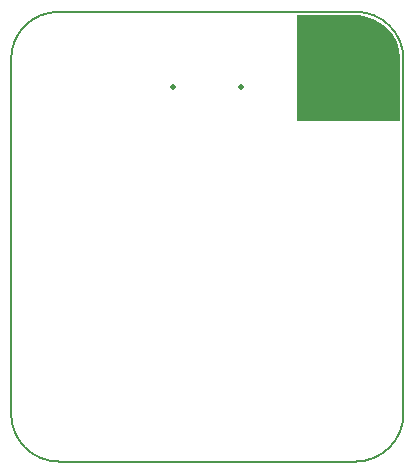
<source format=gbs>
G04*
G04 #@! TF.GenerationSoftware,Altium Limited,Altium Designer,22.5.1 (42)*
G04*
G04 Layer_Color=16711935*
%FSLAX24Y24*%
%MOIN*%
G70*
G04*
G04 #@! TF.SameCoordinates,E43EC4D8-2660-453F-BD5A-E7CE26FF8F91*
G04*
G04*
G04 #@! TF.FilePolarity,Negative*
G04*
G01*
G75*
%ADD12C,0.0079*%
%ADD16C,0.0079*%
%ADD29C,0.2618*%
%ADD30C,0.0187*%
G36*
X11789Y14857D02*
X11976Y14808D01*
X12154Y14735D01*
X12322Y14639D01*
X12475Y14521D01*
X12612Y14385D01*
X12729Y14232D01*
X12825Y14064D01*
X12898Y13886D01*
X12947Y13699D01*
X12971Y13507D01*
X12970Y13411D01*
X12970Y13410D01*
X12970Y13410D01*
Y11350D01*
X9525D01*
Y14880D01*
X11500D01*
X11500Y14880D01*
X11501Y14880D01*
X11597Y14881D01*
X11789Y14857D01*
D02*
G37*
D12*
X13089Y13423D02*
G03*
X11500Y14999I-1576J0D01*
G01*
X13089Y13410D02*
G03*
X13089Y13423I-1576J14D01*
G01*
X11500Y11D02*
G03*
X13089Y1600I-4J1593D01*
G01*
X1600Y14999D02*
G03*
X11Y13410I-14J-1576D01*
G01*
X11Y1600D02*
G03*
X1600Y11I1589J0D01*
G01*
X13089Y13410D02*
Y13410D01*
X13089Y1600D02*
X13089Y13410D01*
X11500Y14999D02*
X11500D01*
X1600D02*
X11500D01*
X1600D02*
X1600D01*
X11Y13410D02*
Y13410D01*
Y13410D02*
X11Y1600D01*
Y1600D02*
Y1600D01*
X1600Y11D02*
X11500D01*
X1600D02*
X1600D01*
D16*
X11500Y14999D02*
D03*
X13089Y13410D02*
D03*
X13089Y1600D02*
D03*
X13089D02*
D03*
X11500Y11D02*
D03*
X11Y13410D02*
D03*
X1600Y14999D02*
D03*
D29*
X11500Y13410D02*
D03*
D30*
X5412Y12485D02*
D03*
X7688D02*
D03*
M02*

</source>
